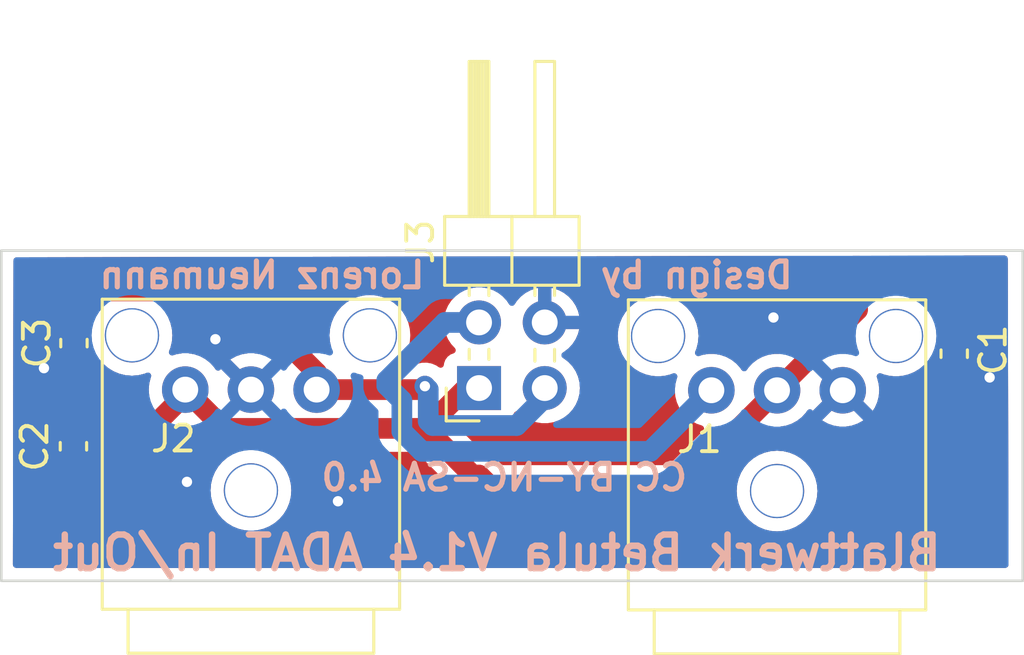
<source format=kicad_pcb>
(kicad_pcb (version 20240108) (generator "pcbnew") (generator_version "8.0")
  (layers (0 "F.Cu" signal) (31 "B.Cu" signal) (34 "B.Paste" user) (35 "F.Paste" user) (36 "B.SilkS" user "B.Silkscreen") (37 "F.SilkS" user "F.Silkscreen") (38 "B.Mask" user) (39 "F.Mask" user) (44 "Edge.Cuts" user))
  (net 0 "")
  (net 1 "GNDD")
  (net 2 "+5V")
  (net 3 "ADAT_TX")
  (net 4 "ADAT_RX")
  (footprint "Capacitor_SMD:C_0603_1608Metric_Pad1.08x0.95mm_HandSolder" (layer "F.Cu") (at 101.36 56.8 90)
    (property "Reference" "C3" (at 0 -1.43 90) (layer "F.SilkS"))
    (property "Value" "30p")
    (fp_line (start -0.146267 -0.51) (end 0.146267 -0.51) (stroke (width 0.12)) (layer "F.SilkS"))
    (fp_line (start -0.146267 0.51) (end 0.146267 0.51) (stroke (width 0.12)) (layer "F.SilkS"))
    (pad "1" smd roundrect (at -0.8625 0 90) (size 1.075 0.95) (layers "F.Cu" "F.Paste" "F.Mask") (net 1 "GNDD"))
    (pad "2" smd roundrect (at 0.8625 0 90) (size 1.075 0.95) (layers "F.Cu" "F.Paste" "F.Mask") (net 4 "ADAT_RX"))
  )
  (footprint "Capacitor_SMD:C_0603_1608Metric_Pad1.08x0.95mm_HandSolder" (layer "F.Cu") (at 101.34 60.7925 -90)
    (property "Reference" "C2" (at 0 1.5 90) (layer "F.SilkS"))
    (property "Value" "100n")
    (fp_line (start -0.146267 0.51) (end 0.146267 0.51) (stroke (width 0.12)) (layer "F.SilkS"))
    (fp_line (start -0.146267 -0.51) (end 0.146267 -0.51) (stroke (width 0.12)) (layer "F.SilkS"))
    (pad "1" smd roundrect (at -0.8625 0 270) (size 1.075 0.95) (layers "F.Cu" "F.Paste" "F.Mask") (net 1 "GNDD"))
    (pad "2" smd roundrect (at 0.8625 0 270) (size 1.075 0.95) (layers "F.Cu" "F.Paste" "F.Mask") (net 2 "+5V"))
  )
  (footprint "Capacitor_SMD:C_0603_1608Metric_Pad1.08x0.95mm_HandSolder" (layer "F.Cu") (at 135.4 57.21 90)
    (property "Reference" "C1" (at 0.146267 1.5 90) (layer "F.SilkS"))
    (property "Value" "100n")
    (fp_line (start -0.146267 -0.51) (end 0.146267 -0.51) (stroke (width 0.12)) (layer "F.SilkS"))
    (fp_line (start -0.146267 0.51) (end 0.146267 0.51) (stroke (width 0.12)) (layer "F.SilkS"))
    (pad "1" smd roundrect (at -0.8625 0 90) (size 1.075 0.95) (layers "F.Cu" "F.Paste" "F.Mask") (net 1 "GNDD"))
    (pad "2" smd roundrect (at 0.8625 0 90) (size 1.075 0.95) (layers "F.Cu" "F.Paste" "F.Mask") (net 2 "+5V"))
  )
  (footprint "Eigenes:Optical_Jack" (layer "F.Cu") (at 108.204 62.5)
    (property "Reference" "J2" (at -3 -2 0) (layer "F.SilkS"))
    (property "Value" "Optical_Receiver")
    (fp_line (start -5.75 4.6) (end -5.75 -7.4) (stroke (width 0.12)) (layer "F.SilkS"))
    (fp_line (start -4.75 6.3) (end -4.75 4.6) (stroke (width 0.12)) (layer "F.SilkS"))
    (fp_line (start -4.75 6.3) (end 4.75 6.3) (stroke (width 0.12)) (layer "F.SilkS"))
    (fp_line (start 4.75 6.3) (end 4.75 4.6) (stroke (width 0.12)) (layer "F.SilkS"))
    (fp_line (start 5.75 -7.4) (end -5.75 -7.4) (stroke (width 0.12)) (layer "F.SilkS"))
    (fp_line (start 5.75 4.6) (end -5.75 4.6) (stroke (width 0.12)) (layer "F.SilkS"))
    (fp_line (start 5.75 4.6) (end 5.75 -7.4) (stroke (width 0.12)) (layer "F.SilkS"))
    (pad "0" thru_hole circle (at -4.6 -6) (size 2.1 2.1) (drill 2) (layers "*.Cu" "*.Mask"))
    (pad "0" thru_hole circle (at 0 0) (size 2.1 2.1) (drill 2) (layers "*.Cu" "*.Mask"))
    (pad "0" thru_hole circle (at 4.6 -6) (size 2.1 2.1) (drill 2) (layers "*.Cu" "*.Mask"))
    (pad "1" thru_hole circle (at 2.54 -3.9) (size 1.8 1.8) (drill 1) (layers "*.Cu" "*.Mask") (net 4 "ADAT_RX"))
    (pad "2" thru_hole circle (at 0 -3.9) (size 1.8 1.8) (drill 1) (layers "*.Cu" "*.Mask") (net 1 "GNDD"))
    (pad "3" thru_hole circle (at -2.54 -3.9) (size 1.8 1.8) (drill 1) (layers "*.Cu" "*.Mask") (net 2 "+5V"))
  )
  (footprint "Eigenes:Optical_Jack" (layer "F.Cu") (at 128.5494 62.5254)
    (property "Reference" "J1" (at -3 -2 0) (layer "F.SilkS"))
    (property "Value" "Optical_Transmitter")
    (fp_line (start -5.75 4.6) (end -5.75 -7.4) (stroke (width 0.12)) (layer "F.SilkS"))
    (fp_line (start -4.75 6.3) (end -4.75 4.6) (stroke (width 0.12)) (layer "F.SilkS"))
    (fp_line (start -4.75 6.3) (end 4.75 6.3) (stroke (width 0.12)) (layer "F.SilkS"))
    (fp_line (start 4.75 6.3) (end 4.75 4.6) (stroke (width 0.12)) (layer "F.SilkS"))
    (fp_line (start 5.75 -7.4) (end -5.75 -7.4) (stroke (width 0.12)) (layer "F.SilkS"))
    (fp_line (start 5.75 4.6) (end -5.75 4.6) (stroke (width 0.12)) (layer "F.SilkS"))
    (fp_line (start 5.75 4.6) (end 5.75 -7.4) (stroke (width 0.12)) (layer "F.SilkS"))
    (pad "0" thru_hole circle (at -4.6 -6) (size 2.1 2.1) (drill 2) (layers "*.Cu" "*.Mask"))
    (pad "0" thru_hole circle (at 0 0) (size 2.1 2.1) (drill 2) (layers "*.Cu" "*.Mask"))
    (pad "0" thru_hole circle (at 4.6 -6) (size 2.1 2.1) (drill 2) (layers "*.Cu" "*.Mask"))
    (pad "1" thru_hole circle (at 2.54 -3.9) (size 1.8 1.8) (drill 1) (layers "*.Cu" "*.Mask") (net 1 "GNDD"))
    (pad "2" thru_hole circle (at 0 -3.9) (size 1.8 1.8) (drill 1) (layers "*.Cu" "*.Mask") (net 2 "+5V"))
    (pad "3" thru_hole circle (at -2.54 -3.9) (size 1.8 1.8) (drill 1) (layers "*.Cu" "*.Mask") (net 3 "ADAT_TX"))
  )
  (footprint "Connector_PinHeader_2.54mm:PinHeader_2x02_P2.54mm_Horizontal" (layer "F.Cu") (at 117.025254 58.54 90)
    (property "Reference" "J3" (at 5.655 -2.27 90) (layer "F.SilkS"))
    (property "Value" "Conn_02x02_Top_Bottom")
    (fp_line (start 6.64 -1.33) (end 3.98 -1.33) (stroke (width 0.12)) (layer "F.SilkS"))
    (fp_line (start 3.98 -1.33) (end 3.98 3.87) (stroke (width 0.12)) (layer "F.SilkS"))
    (fp_line (start -1.27 -1.27) (end 0 -1.27) (stroke (width 0.12)) (layer "F.SilkS"))
    (fp_line (start 12.64 -0.38) (end 12.64 0.38) (stroke (width 0.12)) (layer "F.SilkS"))
    (fp_line (start 6.64 -0.38) (end 12.64 -0.38) (stroke (width 0.12)) (layer "F.SilkS"))
    (fp_line (start 3.582929 -0.38) (end 3.98 -0.38) (stroke (width 0.12)) (layer "F.SilkS"))
    (fp_line (start 1.11 -0.38) (end 1.497071 -0.38) (stroke (width 0.12)) (layer "F.SilkS"))
    (fp_line (start 6.64 -0.32) (end 12.64 -0.32) (stroke (width 0.12)) (layer "F.SilkS"))
    (fp_line (start 6.64 -0.2) (end 12.64 -0.2) (stroke (width 0.12)) (layer "F.SilkS"))
    (fp_line (start 6.64 -0.08) (end 12.64 -0.08) (stroke (width 0.12)) (layer "F.SilkS"))
    (fp_line (start -1.27 0) (end -1.27 -1.27) (stroke (width 0.12)) (layer "F.SilkS"))
    (fp_line (start 6.64 0.04) (end 12.64 0.04) (stroke (width 0.12)) (layer "F.SilkS"))
    (fp_line (start 6.64 0.16) (end 12.64 0.16) (stroke (width 0.12)) (layer "F.SilkS"))
    (fp_line (start 6.64 0.28) (end 12.64 0.28) (stroke (width 0.12)) (layer "F.SilkS"))
    (fp_line (start 12.64 0.38) (end 6.64 0.38) (stroke (width 0.12)) (layer "F.SilkS"))
    (fp_line (start 3.582929 0.38) (end 3.98 0.38) (stroke (width 0.12)) (layer "F.SilkS"))
    (fp_line (start 1.11 0.38) (end 1.497071 0.38) (stroke (width 0.12)) (layer "F.SilkS"))
    (fp_line (start 3.98 1.27) (end 6.64 1.27) (stroke (width 0.12)) (layer "F.SilkS"))
    (fp_line (start 12.64 2.16) (end 12.64 2.92) (stroke (width 0.12)) (layer "F.SilkS"))
    (fp_line (start 6.64 2.16) (end 12.64 2.16) (stroke (width 0.12)) (layer "F.SilkS"))
    (fp_line (start 3.582929 2.16) (end 3.98 2.16) (stroke (width 0.12)) (layer "F.SilkS"))
    (fp_line (start 1.042929 2.16) (end 1.497071 2.16) (stroke (width 0.12)) (layer "F.SilkS"))
    (fp_line (start 12.64 2.92) (end 6.64 2.92) (stroke (width 0.12)) (layer "F.SilkS"))
    (fp_line (start 3.582929 2.92) (end 3.98 2.92) (stroke (width 0.12)) (layer "F.SilkS"))
    (fp_line (start 1.042929 2.92) (end 1.497071 2.92) (stroke (width 0.12)) (layer "F.SilkS"))
    (fp_line (start 6.64 3.87) (end 6.64 -1.33) (stroke (width 0.12)) (layer "F.SilkS"))
    (fp_line (start 3.98 3.87) (end 6.64 3.87) (stroke (width 0.12)) (layer "F.SilkS"))
    (pad "1" thru_hole rect (at 0 0 90) (size 1.7 1.7) (drill 1) (layers "*.Cu" "*.Mask") (net 2 "+5V"))
    (pad "2" thru_hole oval (at 2.54 0 90) (size 1.7 1.7) (drill 1) (layers "*.Cu" "*.Mask") (net 3 "ADAT_TX"))
    (pad "3" thru_hole oval (at 0 2.54 90) (size 1.7 1.7) (drill 1) (layers "*.Cu" "*.Mask") (net 4 "ADAT_RX"))
    (pad "4" thru_hole oval (at 2.54 2.54 90) (size 1.7 1.7) (drill 1) (layers "*.Cu" "*.Mask") (net 1 "GNDD"))
  )
  (gr_rect (start 98.550254 53.22) (end 138.050254 66) (stroke (width 0.1)) (fill none) (layer "Edge.Cuts"))
  (gr_text "CC BY-NC-SA 4.0" (at 118 62 0) (layer "B.SilkS") (effects (font (size 1 1) (thickness 0.2)) (justify mirror)))
  (gr_text "Blattwerk Betula V1.4 ADAT In/Out" (at 117.72 64.92 0) (layer "B.SilkS") (effects (font (size 1.3 1.3) (thickness 0.25) (bold yes)) (justify mirror)))
  (gr_text "Design by         Lorenz Neumann" (at 115.75 54.17 0) (layer "B.SilkS") (effects (font (size 1 1) (thickness 0.2)) (justify mirror)))
  (segment (start 106.83 56.65) (end 106.83 57.226) (width 0.25) (layer "F.Cu") (net 1))
  (segment (start 111.57 63.11) (end 111.57 62.92) (width 0.25) (layer "F.Cu") (net 1))
  (segment (start 101.36 57.6625) (end 100.3075 57.6625) (width 0.25) (layer "F.Cu") (net 1))
  (segment (start 135.4 58.0725) (end 136.7125 58.0725) (width 0.25) (layer "F.Cu") (net 1))
  (segment (start 106.83 57.226) (end 108.204 58.6) (width 0.25) (layer "F.Cu") (net 1))
  (segment (start 111.46 63.22) (end 111.57 63.11) (width 0.25) (layer "F.Cu") (net 1))
  (segment (start 136.7125 58.0725) (end 136.77 58.13) (width 0.25) (layer "F.Cu") (net 1))
  (segment (start 100.3075 57.6625) (end 100.2 57.77) (width 0.25) (layer "F.Cu") (net 1))
  (segment (start 110.31 64.37) (end 111.46 63.22) (width 0.25) (layer "F.Cu") (net 1))
  (segment (start 105.73 62.17) (end 106 62.44) (width 0.25) (layer "F.Cu") (net 1))
  (segment (start 131.0894 58.6254) (end 131.0954 58.6254) (width 0.25) (layer "F.Cu") (net 1))
  (segment (start 131.0954 58.6254) (end 131.1 58.63) (width 0.25) (layer "F.Cu") (net 1))
  (segment (start 106 62.44) (end 106 64.37) (width 0.25) (layer "F.Cu") (net 1))
  (segment (start 106 64.37) (end 110.31 64.37) (width 0.25) (layer "F.Cu") (net 1))
  (via (at 136.77 58.13) (size 0.8) (drill 0.4) (layers "F.Cu" "B.Cu") (net 1))
  (via (at 111.57 62.92) (size 0.8) (drill 0.4) (layers "F.Cu" "B.Cu") (net 1))
  (via (at 105.73 62.17) (size 0.8) (drill 0.4) (layers "F.Cu" "B.Cu") (net 1))
  (via (at 100.2 57.77) (size 0.8) (drill 0.4) (layers "F.Cu" "B.Cu") (net 1))
  (via (at 128.41 55.81) (size 0.8) (drill 0.4) (layers "F.Cu" "B.Cu") (net 1))
  (via (at 106.83 56.65) (size 0.8) (drill 0.4) (layers "F.Cu" "B.Cu") (net 1))
  (segment (start 106.26 60.544) (end 106.26 61.11) (width 0.25) (layer "B.Cu") (net 1))
  (segment (start 100.2 57.77) (end 100.2 55.98) (width 0.25) (layer "B.Cu") (net 1))
  (segment (start 100.2 55.98) (end 101.53 54.65) (width 0.25) (layer "B.Cu") (net 1))
  (segment (start 106.88 56.6) (end 106.83 56.65) (width 0.25) (layer "B.Cu") (net 1))
  (segment (start 106.26 61.11) (end 106.26 61.64) (width 0.25) (layer "B.Cu") (net 1))
  (segment (start 131.0894 58.6254) (end 128.41 55.946) (width 0.25) (layer "B.Cu") (net 1))
  (segment (start 101.74 54.44) (end 106.88 54.44) (width 0.25) (layer "B.Cu") (net 1))
  (segment (start 128.41 55.946) (end 128.41 55.81) (width 0.25) (layer "B.Cu") (net 1))
  (segment (start 106.26 61.64) (end 105.73 62.17) (width 0.25) (layer "B.Cu") (net 1))
  (segment (start 101.53 54.65) (end 101.74 54.44) (width 0.25) (layer "B.Cu") (net 1))
  (segment (start 108.204 58.6) (end 106.26 60.544) (width 0.25) (layer "B.Cu") (net 1))
  (segment (start 106.88 54.44) (end 106.88 56.6) (width 0.25) (layer "B.Cu") (net 1))
  (segment (start 114.965254 60.1) (end 116.525254 58.54) (width 0.8) (layer "F.Cu") (net 2))
  (segment (start 117.5512 62.4332) (end 117.025254 61.907254) (width 0.8) (layer "F.Cu") (net 2))
  (segment (start 128.5494 58.6254) (end 131.66 55.5148) (width 0.8) (layer "F.Cu") (net 2))
  (segment (start 131.66 55.03) (end 132.23 54.46) (width 0.8) (layer "F.Cu") (net 2))
  (segment (start 124.7416 62.4332) (end 117.5512 62.4332) (width 0.8) (layer "F.Cu") (net 2))
  (segment (start 132.23 54.46) (end 135.33 54.46) (width 0.8) (layer "F.Cu") (net 2))
  (segment (start 107.164 60.1) (end 114.965254 60.1) (width 0.8) (layer "F.Cu") (net 2))
  (segment (start 102.795 61.655) (end 101.34 61.655) (width 0.8) (layer "F.Cu") (net 2))
  (segment (start 135.4 54.53) (end 135.4 56.3475) (width 0.8) (layer "F.Cu") (net 2))
  (segment (start 105.664 58.6) (end 105.664 58.786) (width 0.8) (layer "F.Cu") (net 2))
  (segment (start 135.33 54.46) (end 135.4 54.53) (width 0.8) (layer "F.Cu") (net 2))
  (segment (start 131.66 55.5148) (end 131.66 55.03) (width 0.8) (layer "F.Cu") (net 2))
  (segment (start 116.525254 58.54) (end 117.025254 58.54) (width 0.8) (layer "F.Cu") (net 2))
  (segment (start 105.664 58.786) (end 102.795 61.655) (width 0.8) (layer "F.Cu") (net 2))
  (segment (start 116.772508 61.907254) (end 114.965254 60.1) (width 0.8) (layer "F.Cu") (net 2))
  (segment (start 117.025254 61.907254) (end 116.772508 61.907254) (width 0.8) (layer "F.Cu") (net 2))
  (segment (start 128.5494 58.6254) (end 124.7416 62.4332) (width 0.8) (layer "F.Cu") (net 2))
  (segment (start 105.664 58.6) (end 107.164 60.1) (width 0.8) (layer "F.Cu") (net 2))
  (segment (start 113.458164 58.25) (end 115.708164 56) (width 0.8) (layer "B.Cu") (net 3))
  (segment (start 123.645299 60.989501) (end 114.815993 60.989501) (width 0.8) (layer "B.Cu") (net 3))
  (segment (start 114.040499 60.214007) (end 114.040499 59.020499) (width 0.8) (layer "B.Cu") (net 3))
  (segment (start 113.458164 58.438164) (end 113.458164 58.25) (width 0.8) (layer "B.Cu") (net 3))
  (segment (start 115.708164 56) (end 117.025254 56) (width 0.8) (layer "B.Cu") (net 3))
  (segment (start 126.0094 58.6254) (end 123.645299 60.989501) (width 0.8) (layer "B.Cu") (net 3))
  (segment (start 114.040499 59.020499) (end 113.458164 58.438164) (width 0.8) (layer "B.Cu") (net 3))
  (segment (start 114.815993 60.989501) (end 114.040499 60.214007) (width 0.8) (layer "B.Cu") (net 3))
  (segment (start 110.744 58.6) (end 114.8 58.6) (width 0.8) (layer "F.Cu") (net 4))
  (segment (start 107.579999 54.779999) (end 102.517501 54.779999) (width 0.8) (layer "F.Cu") (net 4))
  (segment (start 110.744 57.944) (end 107.579999 54.779999) (width 0.8) (layer "F.Cu") (net 4))
  (segment (start 114.8 58.6) (end 114.931754 58.468246) (width 0.8) (layer "F.Cu") (net 4))
  (segment (start 102.517501 54.779999) (end 101.36 55.9375) (width 0.8) (layer "F.Cu") (net 4))
  (segment (start 110.744 58.6) (end 110.744 57.944) (width 0.8) (layer "F.Cu") (net 4))
  (via (at 114.931754 58.468246) (size 0.8) (drill 0.4) (layers "F.Cu" "B.Cu") (net 4))
  (segment (start 115.23 59.99) (end 115.06 59.82) (width 0.8) (layer "B.Cu") (net 4))
  (segment (start 115.06 58.596492) (end 114.931754 58.468246) (width 0.8) (layer "B.Cu") (net 4))
  (segment (start 115.06 59.82) (end 115.06 58.596492) (width 0.8) (layer "B.Cu") (net 4))
  (segment (start 119.565254 58.54) (end 119.565254 58.9) (width 0.8) (layer "B.Cu") (net 4))
  (segment (start 119.565254 58.9) (end 118.475254 59.99) (width 0.8) (layer "B.Cu") (net 4))
  (segment (start 118.475254 59.99) (end 115.23 59.99) (width 0.8) (layer "B.Cu") (net 4))
  (zone (net 1) (net_name "GNDD") (layers "F&B.Cu") (connect_pads (clearance 0.508)) (min_thickness 0.254) (fill yes (thermal_gap 0.508) (thermal_bridge_width 0.508))
    (polygon (pts (xy 137.5 65.5) (xy 99 65.5) (xy 99.02 53.48) (xy 137.47 53.41)))
  )
  (zone (net 1) (net_name "GNDD") (layer "B.Cu") (connect_pads (clearance 0.508)) (min_thickness 0.254) (fill yes (thermal_gap 0.508) (thermal_bridge_width 0.508))
    (polygon (pts (xy 99 65.5) (xy 137.5 65.5) (xy 137.47 53.41) (xy 99.02 53.48)))
  )
)
</source>
